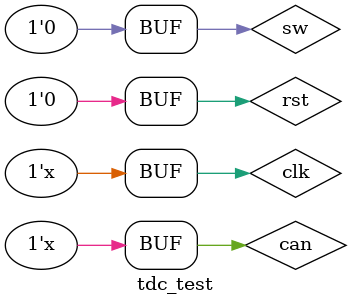
<source format=v>

/*
 * Simple testbench for UART.  Loop the rx and tx pins to each other and send
 * incrementing bytes, make sure that we receive what we expected.
 */
`timescale 1ns/100ps
module tdc_test();

reg clk = 0;
reg sw = 0;
reg rst = 0;
reg can = 0;
reg [6:0] hex5;
reg [6:0] hex4;
reg [6:0] hex3;
wire [20:0] data;

ex_divider test_tdc(
    .out_data(data),
    .CLK(clk),
    .SW(sw),
    .RST(rst),
    .CAN_logic(can),
    .HEX5(hex5),
    .HEX4(hex4),
    .HEX3(hex3)
);

initial begin
	$dumpfile("tdc.vcd");
	$dumpvars(0, tdc_test);
end

always begin
	#1 clk = ~clk;
    #10 can = ~can;
end

always @(posedge clk) begin
	$display("SUCCESS: send to slave %x", hit);
end

endmodule

</source>
